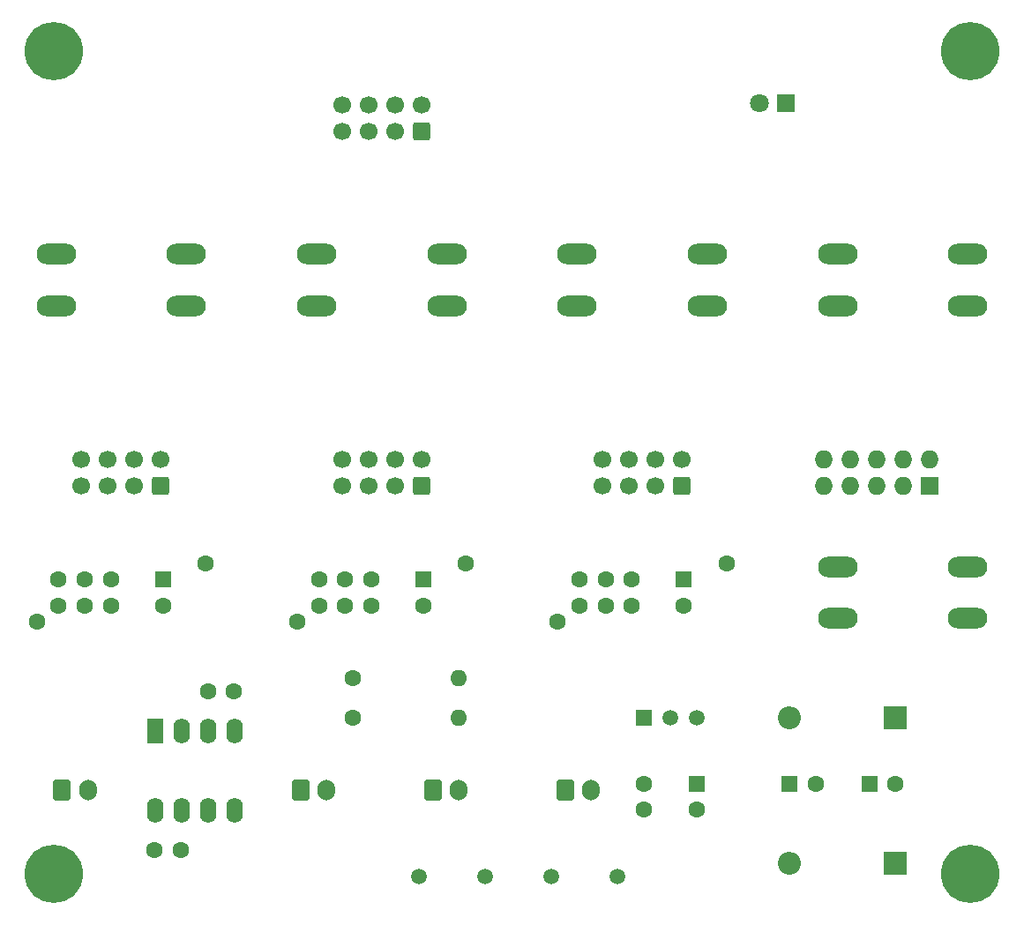
<source format=gts>
G04 #@! TF.GenerationSoftware,KiCad,Pcbnew,6.0.9-8da3e8f707~116~ubuntu22.04.1*
G04 #@! TF.CreationDate,2022-11-12T12:36:30-05:00*
G04 #@! TF.ProjectId,dso138,64736f31-3338-42e6-9b69-6361645f7063,rev?*
G04 #@! TF.SameCoordinates,Original*
G04 #@! TF.FileFunction,Soldermask,Top*
G04 #@! TF.FilePolarity,Negative*
%FSLAX46Y46*%
G04 Gerber Fmt 4.6, Leading zero omitted, Abs format (unit mm)*
G04 Created by KiCad (PCBNEW 6.0.9-8da3e8f707~116~ubuntu22.04.1) date 2022-11-12 12:36:30*
%MOMM*%
%LPD*%
G01*
G04 APERTURE LIST*
G04 Aperture macros list*
%AMRoundRect*
0 Rectangle with rounded corners*
0 $1 Rounding radius*
0 $2 $3 $4 $5 $6 $7 $8 $9 X,Y pos of 4 corners*
0 Add a 4 corners polygon primitive as box body*
4,1,4,$2,$3,$4,$5,$6,$7,$8,$9,$2,$3,0*
0 Add four circle primitives for the rounded corners*
1,1,$1+$1,$2,$3*
1,1,$1+$1,$4,$5*
1,1,$1+$1,$6,$7*
1,1,$1+$1,$8,$9*
0 Add four rect primitives between the rounded corners*
20,1,$1+$1,$2,$3,$4,$5,0*
20,1,$1+$1,$4,$5,$6,$7,0*
20,1,$1+$1,$6,$7,$8,$9,0*
20,1,$1+$1,$8,$9,$2,$3,0*%
G04 Aperture macros list end*
%ADD10C,5.600000*%
%ADD11C,1.500000*%
%ADD12O,3.810000X2.006600*%
%ADD13R,1.800000X1.800000*%
%ADD14C,1.800000*%
%ADD15C,1.600000*%
%ADD16R,1.600000X1.600000*%
%ADD17RoundRect,0.250000X0.600000X-0.600000X0.600000X0.600000X-0.600000X0.600000X-0.600000X-0.600000X0*%
%ADD18C,1.700000*%
%ADD19RoundRect,0.250000X-0.600000X-0.750000X0.600000X-0.750000X0.600000X0.750000X-0.600000X0.750000X0*%
%ADD20O,1.700000X2.000000*%
%ADD21R,2.200000X2.200000*%
%ADD22O,2.200000X2.200000*%
%ADD23O,1.600000X1.600000*%
%ADD24R,1.600000X2.400000*%
%ADD25O,1.600000X2.400000*%
%ADD26R,1.727200X1.727200*%
%ADD27O,1.727200X1.727200*%
%ADD28R,1.500000X1.500000*%
G04 APERTURE END LIST*
D10*
G04 #@! TO.C,H4*
X144000000Y-162000000D03*
G04 #@! TD*
G04 #@! TO.C,H2*
X144000000Y-83000000D03*
G04 #@! TD*
D11*
G04 #@! TO.C,TP3*
X91110000Y-162230000D03*
G04 #@! TD*
D12*
G04 #@! TO.C,SW2*
X118748400Y-102510800D03*
X106251600Y-102510800D03*
X118748400Y-107489200D03*
X106251600Y-107489200D03*
G04 #@! TD*
G04 #@! TO.C,SW1*
X68748400Y-102510800D03*
X56251600Y-102510800D03*
X56251600Y-107489200D03*
X68748400Y-107489200D03*
G04 #@! TD*
D13*
G04 #@! TO.C,D3*
X126265000Y-88000000D03*
D14*
X123725000Y-88000000D03*
G04 #@! TD*
D11*
G04 #@! TO.C,TP4*
X110160000Y-162230000D03*
G04 #@! TD*
D12*
G04 #@! TO.C,SW3*
X81251600Y-102510800D03*
X93748400Y-102510800D03*
X93748400Y-107489200D03*
X81251600Y-107489200D03*
G04 #@! TD*
D10*
G04 #@! TO.C,H3*
X56000000Y-162000000D03*
G04 #@! TD*
D15*
G04 #@! TO.C,SW7*
X95587800Y-132205400D03*
X79387800Y-137805400D03*
D16*
X91487800Y-133755400D03*
D15*
X86487800Y-133755400D03*
X83987800Y-133755400D03*
X81487800Y-133755400D03*
X91487800Y-136255400D03*
X86487800Y-136255400D03*
X83987800Y-136255400D03*
X81487800Y-136255400D03*
G04 #@! TD*
D11*
G04 #@! TO.C,TP1*
X103810000Y-162230000D03*
G04 #@! TD*
D15*
G04 #@! TO.C,SW8*
X104387800Y-137805400D03*
X120587800Y-132205400D03*
D16*
X116487800Y-133755400D03*
D15*
X111487800Y-133755400D03*
X108987800Y-133755400D03*
X106487800Y-133755400D03*
X116487800Y-136255400D03*
X111487800Y-136255400D03*
X108987800Y-136255400D03*
X106487800Y-136255400D03*
G04 #@! TD*
D10*
G04 #@! TO.C,H1*
X56000000Y-83000000D03*
G04 #@! TD*
D12*
G04 #@! TO.C,SW4*
X131251600Y-102510800D03*
X143748400Y-102510800D03*
X131251600Y-107489200D03*
X143748400Y-107489200D03*
G04 #@! TD*
D15*
G04 #@! TO.C,SW6*
X70587800Y-132205400D03*
X54387800Y-137805400D03*
D16*
X66487800Y-133755400D03*
D15*
X61487800Y-133755400D03*
X58987800Y-133755400D03*
X56487800Y-133755400D03*
X66487800Y-136255400D03*
X61487800Y-136255400D03*
X58987800Y-136255400D03*
X56487800Y-136255400D03*
G04 #@! TD*
D11*
G04 #@! TO.C,TP2*
X97460000Y-162230000D03*
G04 #@! TD*
D12*
G04 #@! TO.C,SW5*
X131251600Y-132510800D03*
X143748400Y-132510800D03*
X131251600Y-137489200D03*
X143748400Y-137489200D03*
G04 #@! TD*
D17*
G04 #@! TO.C,J8*
X91310000Y-90752500D03*
D18*
X91310000Y-88212500D03*
X88770000Y-90752500D03*
X88770000Y-88212500D03*
X86230000Y-90752500D03*
X86230000Y-88212500D03*
X83690000Y-90752500D03*
X83690000Y-88212500D03*
G04 #@! TD*
D19*
G04 #@! TO.C,J3*
X79720000Y-153975000D03*
D20*
X82220000Y-153975000D03*
G04 #@! TD*
D21*
G04 #@! TO.C,D2*
X136830000Y-160960000D03*
D22*
X126670000Y-160960000D03*
G04 #@! TD*
D16*
G04 #@! TO.C,C1*
X134330000Y-153340000D03*
D15*
X136830000Y-153340000D03*
G04 #@! TD*
D19*
G04 #@! TO.C,J2*
X56820000Y-153975000D03*
D20*
X59320000Y-153975000D03*
G04 #@! TD*
D17*
G04 #@! TO.C,J6*
X91310000Y-124752500D03*
D18*
X91310000Y-122212500D03*
X88770000Y-124752500D03*
X88770000Y-122212500D03*
X86230000Y-124752500D03*
X86230000Y-122212500D03*
X83690000Y-124752500D03*
X83690000Y-122212500D03*
G04 #@! TD*
D17*
G04 #@! TO.C,J7*
X116310000Y-124752500D03*
D18*
X116310000Y-122212500D03*
X113770000Y-124752500D03*
X113770000Y-122212500D03*
X111230000Y-124752500D03*
X111230000Y-122212500D03*
X108690000Y-124752500D03*
X108690000Y-122212500D03*
G04 #@! TD*
D16*
G04 #@! TO.C,C2*
X126670000Y-153340000D03*
D15*
X129170000Y-153340000D03*
G04 #@! TD*
D19*
G04 #@! TO.C,J4*
X92420000Y-153975000D03*
D20*
X94920000Y-153975000D03*
G04 #@! TD*
D15*
G04 #@! TO.C,R2*
X84760000Y-143180000D03*
D23*
X94920000Y-143180000D03*
G04 #@! TD*
D21*
G04 #@! TO.C,D1*
X136830000Y-146990000D03*
D22*
X126670000Y-146990000D03*
G04 #@! TD*
D24*
G04 #@! TO.C,U1*
X65720000Y-148270000D03*
D25*
X68260000Y-148270000D03*
X70800000Y-148270000D03*
X73340000Y-148270000D03*
X73340000Y-155890000D03*
X70800000Y-155890000D03*
X68260000Y-155890000D03*
X65720000Y-155890000D03*
G04 #@! TD*
D16*
G04 #@! TO.C,C5*
X117780000Y-153340000D03*
D15*
X117780000Y-155840000D03*
G04 #@! TD*
G04 #@! TO.C,C4*
X70830000Y-144460000D03*
X73330000Y-144460000D03*
G04 #@! TD*
D17*
G04 #@! TO.C,J5*
X66310000Y-124752500D03*
D18*
X66310000Y-122212500D03*
X63770000Y-124752500D03*
X63770000Y-122212500D03*
X61230000Y-124752500D03*
X61230000Y-122212500D03*
X58690000Y-124752500D03*
X58690000Y-122212500D03*
G04 #@! TD*
D26*
G04 #@! TO.C,J1*
X140080000Y-124770000D03*
D27*
X140080000Y-122230000D03*
X137540000Y-124770000D03*
X137540000Y-122230000D03*
X135000000Y-124770000D03*
X135000000Y-122230000D03*
X132460000Y-124770000D03*
X132460000Y-122230000D03*
X129920000Y-124770000D03*
X129920000Y-122230000D03*
G04 #@! TD*
D15*
G04 #@! TO.C,C6*
X112700000Y-153340000D03*
X112700000Y-155840000D03*
G04 #@! TD*
D19*
G04 #@! TO.C,J9*
X105120000Y-153975000D03*
D20*
X107620000Y-153975000D03*
G04 #@! TD*
D15*
G04 #@! TO.C,C3*
X65710000Y-159700000D03*
X68210000Y-159700000D03*
G04 #@! TD*
D28*
G04 #@! TO.C,U2*
X112700000Y-146990000D03*
D11*
X115240000Y-146990000D03*
X117780000Y-146990000D03*
G04 #@! TD*
D15*
G04 #@! TO.C,R1*
X84760000Y-146990000D03*
D23*
X94920000Y-146990000D03*
G04 #@! TD*
M02*

</source>
